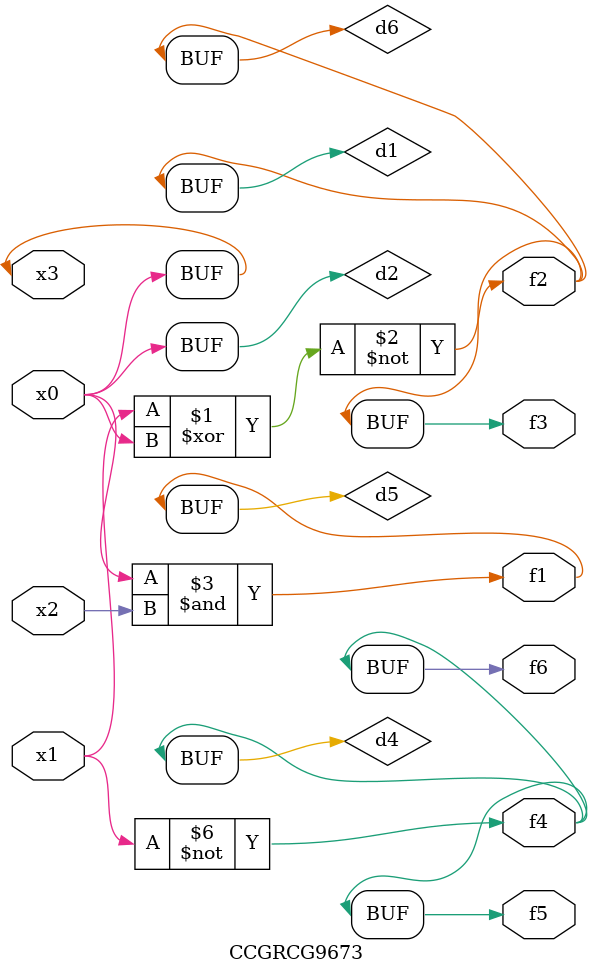
<source format=v>
module CCGRCG9673(
	input x0, x1, x2, x3,
	output f1, f2, f3, f4, f5, f6
);

	wire d1, d2, d3, d4, d5, d6;

	xnor (d1, x1, x3);
	buf (d2, x0, x3);
	nand (d3, x0, x2);
	not (d4, x1);
	nand (d5, d3);
	or (d6, d1);
	assign f1 = d5;
	assign f2 = d6;
	assign f3 = d6;
	assign f4 = d4;
	assign f5 = d4;
	assign f6 = d4;
endmodule

</source>
